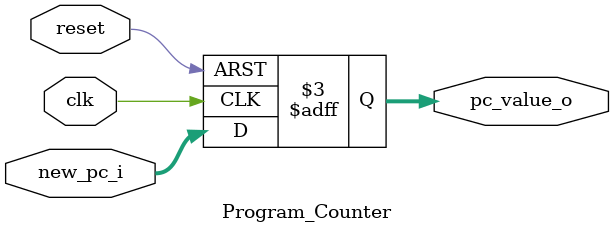
<source format=v>
/******************************************************************
* Description
*	This is a register of 32-bit that corresponds to the PC counter. 
*	This register does not have an enable signal.
* Version:
*	1.0
* Author:
*	Dr. José Luis Pizano Escalante
* email:
*	luispizano@iteso.mx
* Date:
*	05/07/2020
******************************************************************/

module Program_Counter
#(
	parameter N_BITS = 32
)
(
	input clk,
	input reset,
	input  [N_BITS-1:0] new_pc_i,
	
	output reg [N_BITS-1:0] pc_value_o
);

//clk ahora en negedge
always@(negedge reset or negedge clk) begin
	if(reset==0)
		pc_value_o <= 32'h00400000;
	else	
		pc_value_o<=new_pc_i;
end

endmodule
</source>
